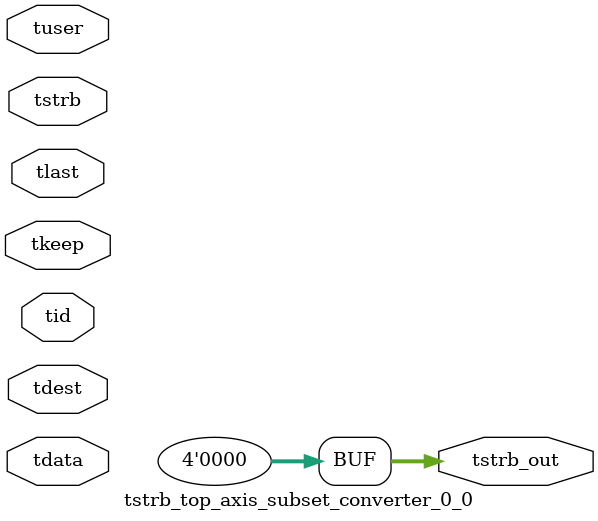
<source format=v>


`timescale 1ps/1ps

module tstrb_top_axis_subset_converter_0_0 #
(
parameter C_S_AXIS_TDATA_WIDTH = 32,
parameter C_S_AXIS_TUSER_WIDTH = 0,
parameter C_S_AXIS_TID_WIDTH   = 0,
parameter C_S_AXIS_TDEST_WIDTH = 0,
parameter C_M_AXIS_TDATA_WIDTH = 32
)
(
input  [(C_S_AXIS_TDATA_WIDTH == 0 ? 1 : C_S_AXIS_TDATA_WIDTH)-1:0     ] tdata,
input  [(C_S_AXIS_TUSER_WIDTH == 0 ? 1 : C_S_AXIS_TUSER_WIDTH)-1:0     ] tuser,
input  [(C_S_AXIS_TID_WIDTH   == 0 ? 1 : C_S_AXIS_TID_WIDTH)-1:0       ] tid,
input  [(C_S_AXIS_TDEST_WIDTH == 0 ? 1 : C_S_AXIS_TDEST_WIDTH)-1:0     ] tdest,
input  [(C_S_AXIS_TDATA_WIDTH/8)-1:0 ] tkeep,
input  [(C_S_AXIS_TDATA_WIDTH/8)-1:0 ] tstrb,
input                                                                    tlast,
output [(C_M_AXIS_TDATA_WIDTH/8)-1:0 ] tstrb_out
);

assign tstrb_out = {1'b0};

endmodule


</source>
